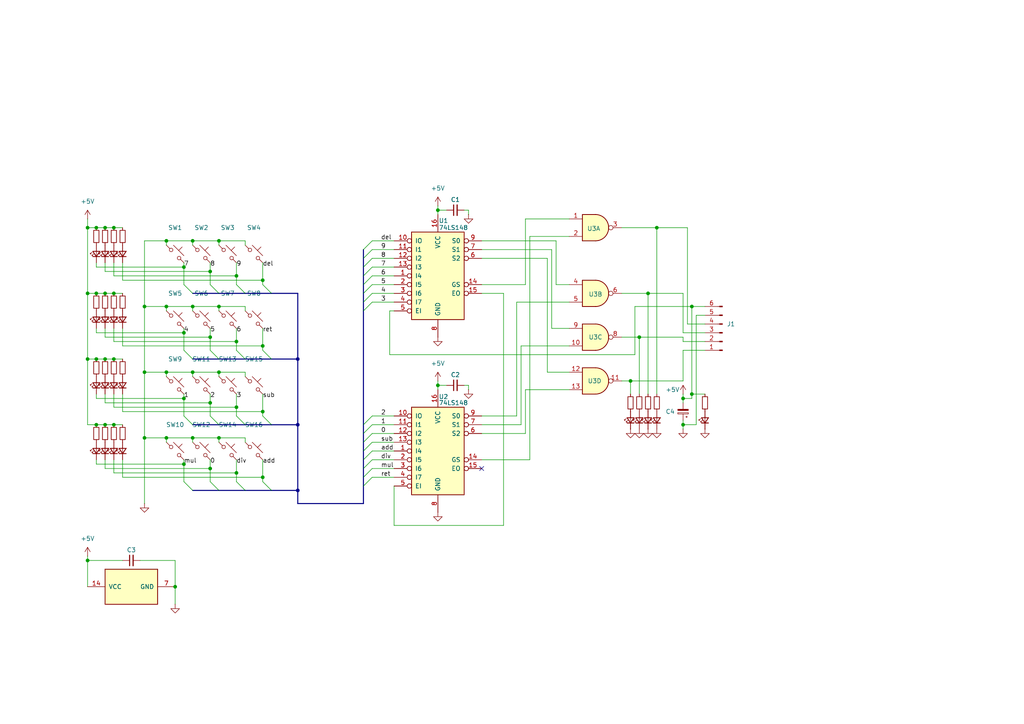
<source format=kicad_sch>
(kicad_sch (version 20231120) (generator "eeschema") (generator_version "8.0")
  (paper "A4")
  (lib_symbols
    (symbol "74xx:74HC00" (pin_names (offset 1.016))
      (property "Reference" "U" (at 0 1.27 0))
      (property "Value" "74HC00" (at 0 -1.27 0))
      (symbol "74HC00_1_1"
        (pin input line (at -7.62 2.54 0) (length 3.81) (name "~") (number "1"))
        (pin input line (at -7.62 -2.54 0) (length 3.81) (name "~") (number "2"))
        (pin output inverted (at 7.62 0 180) (length 3.81) (name "~") (number "3"))
      )
      (symbol "74HC00_1_2"
        (pin input inverted (at -7.62 2.54 0) (length 4.318) (name "~") (number "1"))
        (pin input inverted (at -7.62 -2.54 0) (length 4.318) (name "~") (number "2"))
        (pin output line (at 7.62 0 180) (length 3.81) (name "~") (number "3"))
      )
      (symbol "74HC00_2_1"
        (pin input line (at -7.62 2.54 0) (length 3.81) (name "~") (number "4"))
        (pin input line (at -7.62 -2.54 0) (length 3.81) (name "~") (number "5"))
        (pin output inverted (at 7.62 0 180) (length 3.81) (name "~") (number "6"))
      )
      (symbol "74HC00_2_2"
        (pin input inverted (at -7.62 2.54 0) (length 4.318) (name "~") (number "4"))
        (pin input inverted (at -7.62 -2.54 0) (length 4.318) (name "~") (number "5"))
        (pin output line (at 7.62 0 180) (length 3.81) (name "~") (number "6"))
      )
      (symbol "74HC00_3_1"
        (pin input line (at -7.62 -2.54 0) (length 3.81) (name "~") (number "10"))
        (pin output inverted (at 7.62 0 180) (length 3.81) (name "~") (number "8"))
        (pin input line (at -7.62 2.54 0) (length 3.81) (name "~") (number "9"))
      )
      (symbol "74HC00_3_2"
        (pin input inverted (at -7.62 -2.54 0) (length 4.318) (name "~") (number "10"))
        (pin output line (at 7.62 0 180) (length 3.81) (name "~") (number "8"))
        (pin input inverted (at -7.62 2.54 0) (length 4.318) (name "~") (number "9"))
      )
      (symbol "74HC00_4_1"
        (pin output inverted (at 7.62 0 180) (length 3.81) (name "~") (number "11"))
        (pin input line (at -7.62 2.54 0) (length 3.81) (name "~") (number "12"))
        (pin input line (at -7.62 -2.54 0) (length 3.81) (name "~") (number "13"))
      )
      (symbol "74HC00_4_2"
        (pin output line (at 7.62 0 180) (length 3.81) (name "~") (number "11"))
        (pin input inverted (at -7.62 2.54 0) (length 4.318) (name "~") (number "12"))
        (pin input inverted (at -7.62 -2.54 0) (length 4.318) (name "~") (number "13"))
      )
      (symbol "74HC00_5_0"
        (pin power_in line (at 0 12.7 270) (length 5.08) (name "VCC") (number "14"))
        (pin power_in line (at 0 -12.7 90) (length 5.08) (name "GND") (number "7"))
      )
    )
    (symbol "74xx:74LS148" (pin_names (offset 1.016))
      (property "Reference" "U" (at -7.62 13.97 0))
      (property "Value" "74LS148" (at -7.62 -13.97 0))
      (symbol "74LS148_1_0"
        (pin input inverted (at -12.7 0 0) (length 5.08) (name "I4") (number "1"))
        (pin input inverted (at -12.7 10.16 0) (length 5.08) (name "IO") (number "10"))
        (pin input inverted (at -12.7 7.62 0) (length 5.08) (name "I1") (number "11"))
        (pin input inverted (at -12.7 5.08 0) (length 5.08) (name "I2") (number "12"))
        (pin input inverted (at -12.7 2.54 0) (length 5.08) (name "I3") (number "13"))
        (pin output inverted (at 12.7 -2.54 180) (length 5.08) (name "GS") (number "14"))
        (pin output inverted (at 12.7 -5.08 180) (length 5.08) (name "EO") (number "15"))
        (pin power_in line (at 0 17.78 270) (length 5.08) (name "VCC") (number "16"))
        (pin input inverted (at -12.7 -2.54 0) (length 5.08) (name "I5") (number "2"))
        (pin input inverted (at -12.7 -5.08 0) (length 5.08) (name "I6") (number "3"))
        (pin input inverted (at -12.7 -7.62 0) (length 5.08) (name "I7") (number "4"))
        (pin input inverted (at -12.7 -10.16 0) (length 5.08) (name "EI") (number "5"))
        (pin output inverted (at 12.7 5.08 180) (length 5.08) (name "S2") (number "6"))
        (pin output inverted (at 12.7 7.62 180) (length 5.08) (name "S1") (number "7"))
        (pin power_in line (at 0 -17.78 90) (length 5.08) (name "GND") (number "8"))
        (pin output inverted (at 12.7 10.16 180) (length 5.08) (name "S0") (number "9"))
      )
    )
    (symbol "Connector:Conn_01x06_Pin" (pin_names (offset 1.016) hide)
      (property "Reference" "J" (at 0 7.62 0))
      (property "Value" "Conn_01x06_Pin" (at 0 -10.16 0))
      (symbol "Conn_01x06_Pin_1_1"
        (pin passive line (at 5.08 5.08 180) (length 3.81) (name "Pin_1") (number "1"))
        (pin passive line (at 5.08 2.54 180) (length 3.81) (name "Pin_2") (number "2"))
        (pin passive line (at 5.08 0 180) (length 3.81) (name "Pin_3") (number "3"))
        (pin passive line (at 5.08 -2.54 180) (length 3.81) (name "Pin_4") (number "4"))
        (pin passive line (at 5.08 -5.08 180) (length 3.81) (name "Pin_5") (number "5"))
        (pin passive line (at 5.08 -7.62 180) (length 3.81) (name "Pin_6") (number "6"))
      )
    )
    (symbol "Device:C_Polarized_Small" (pin_numbers hide) (pin_names (offset 0.254) hide)
      (property "Reference" "C" (at 0.254 1.778 0))
      (property "Value" "C_Polarized_Small" (at 0.254 -2.032 0))
      (symbol "C_Polarized_Small_1_1"
        (pin passive line (at 0 2.54 270) (length 1.8542) (name "~") (number "1"))
        (pin passive line (at 0 -2.54 90) (length 1.8542) (name "~") (number "2"))
      )
    )
    (symbol "Device:C_Small" (pin_numbers hide) (pin_names (offset 0.254) hide)
      (property "Reference" "C" (at 0.254 1.778 0))
      (property "Value" "C_Small" (at 0.254 -2.032 0))
      (symbol "C_Small_1_1"
        (pin passive line (at 0 2.54 270) (length 2.032) (name "~") (number "1"))
        (pin passive line (at 0 -2.54 90) (length 2.032) (name "~") (number "2"))
      )
    )
    (symbol "Device:LED_Small" (pin_numbers hide) (pin_names (offset 0.254) hide)
      (property "Reference" "D" (at -1.27 3.175 0))
      (property "Value" "LED_Small" (at -4.445 -2.54 0))
      (symbol "LED_Small_1_1"
        (pin passive line (at -2.54 0 0) (length 1.778) (name "K") (number "1"))
        (pin passive line (at 2.54 0 180) (length 1.778) (name "A") (number "2"))
      )
    )
    (symbol "Device:R_Small" (pin_numbers hide) (pin_names (offset 0.254) hide)
      (property "Reference" "R" (at 0.762 0.508 0))
      (property "Value" "R_Small" (at 0.762 -1.016 0))
      (symbol "R_Small_1_1"
        (pin passive line (at 0 2.54 270) (length 0.762) (name "~") (number "1"))
        (pin passive line (at 0 -2.54 90) (length 0.762) (name "~") (number "2"))
      )
    )
    (symbol "Switch:SW_Push_45deg" (pin_numbers hide) (pin_names (offset 1.016) hide)
      (property "Reference" "SW" (at 3.048 1.016 0))
      (property "Value" "SW_Push_45deg" (at 0 -3.81 0))
      (symbol "SW_Push_45deg_0_1"
        (pin passive line (at -2.54 2.54 0) (length 0) (name "1") (number "1"))
        (pin passive line (at 2.54 -2.54 180) (length 0) (name "2") (number "2"))
      )
    )
    (symbol "power:+5V" (power) (pin_numbers hide) (pin_names (offset 0) hide)
      (property "Value" "+5V" (at 0 3.556 0))
      (symbol "+5V_1_1"
        (pin power_in line (at 0 0 90) (length 0) (name "~") (number "1"))
      )
    )
    (symbol "power:GND" (power) (pin_numbers hide) (pin_names (offset 0) hide)
      (property "Value" "GND" (at 0 -3.81 0))
      (symbol "GND_1_1"
        (pin power_in line (at 0 0 270) (length 0) (name "~") (number "1"))
      )
    )
  )
  (junction (at 27.94 66.04))
  (junction (at 33.02 85.09))
  (junction (at 60.96 78.74))
  (junction (at 68.58 99.06))
  (junction (at 60.96 97.79))
  (junction (at 50.8 170.18))
  (junction (at 127 111.76))
  (junction (at 30.48 104.14))
  (junction (at 25.4 162.56))
  (junction (at 198.12 115.57))
  (junction (at 30.48 123.19))
  (junction (at 27.94 85.09))
  (junction (at 200.66 88.9))
  (junction (at 27.94 123.19))
  (junction (at 198.12 123.19))
  (junction (at 86.36 123.19))
  (junction (at 48.26 127))
  (junction (at 182.88 110.49))
  (junction (at 55.88 69.85))
  (junction (at 33.02 123.19))
  (junction (at 68.58 80.01))
  (junction (at 63.5 88.9))
  (junction (at 55.88 88.9))
  (junction (at 68.58 118.11))
  (junction (at 53.34 96.52))
  (junction (at 190.5 66.04))
  (junction (at 53.34 134.62))
  (junction (at 53.34 77.47))
  (junction (at 185.42 97.79))
  (junction (at 60.96 135.89))
  (junction (at 63.5 69.85))
  (junction (at 76.2 119.38))
  (junction (at 86.36 142.24))
  (junction (at 30.48 66.04))
  (junction (at 27.94 104.14))
  (junction (at 41.91 127))
  (junction (at 86.36 104.14))
  (junction (at 76.2 138.43))
  (junction (at 30.48 85.09))
  (junction (at 41.91 88.9))
  (junction (at 68.58 137.16))
  (junction (at 25.4 66.04))
  (junction (at 25.4 85.09))
  (junction (at 76.2 81.28))
  (junction (at 63.5 107.95))
  (junction (at 55.88 107.95))
  (junction (at 127 60.96))
  (junction (at 53.34 115.57))
  (junction (at 48.26 107.95))
  (junction (at 33.02 104.14))
  (junction (at 48.26 88.9))
  (junction (at 48.26 69.85))
  (junction (at 41.91 107.95))
  (junction (at 33.02 66.04))
  (junction (at 76.2 100.33))
  (junction (at 63.5 127))
  (junction (at 200.66 114.3))
  (junction (at 60.96 116.84))
  (junction (at 55.88 127))
  (junction (at 25.4 104.14))
  (junction (at 187.96 85.09))
  (no_connect (at 139.7 135.89))
  (bus_entry (at 105.41 138.43) (size 2.54 -2.54))
  (bus_entry (at 105.41 72.39) (size 2.54 -2.54))
  (bus_entry (at 105.41 74.93) (size 2.54 -2.54))
  (bus_entry (at 76.2 101.6) (size 2.54 2.54))
  (bus_entry (at 76.2 139.7) (size 2.54 2.54))
  (bus_entry (at 68.58 82.55) (size 2.54 2.54))
  (bus_entry (at 105.41 80.01) (size 2.54 -2.54))
  (bus_entry (at 53.34 139.7) (size 2.54 2.54))
  (bus_entry (at 105.41 85.09) (size 2.54 -2.54))
  (bus_entry (at 68.58 101.6) (size 2.54 2.54))
  (bus_entry (at 60.96 120.65) (size 2.54 2.54))
  (bus_entry (at 53.34 120.65) (size 2.54 2.54))
  (bus_entry (at 53.34 82.55) (size 2.54 2.54))
  (bus_entry (at 105.41 82.55) (size 2.54 -2.54))
  (bus_entry (at 60.96 139.7) (size 2.54 2.54))
  (bus_entry (at 105.41 128.27) (size 2.54 -2.54))
  (bus_entry (at 68.58 139.7) (size 2.54 2.54))
  (bus_entry (at 105.41 130.81) (size 2.54 -2.54))
  (bus_entry (at 105.41 133.35) (size 2.54 -2.54))
  (bus_entry (at 105.41 135.89) (size 2.54 -2.54))
  (bus_entry (at 105.41 87.63) (size 2.54 -2.54))
  (bus_entry (at 105.41 77.47) (size 2.54 -2.54))
  (bus_entry (at 105.41 90.17) (size 2.54 -2.54))
  (bus_entry (at 105.41 125.73) (size 2.54 -2.54))
  (bus_entry (at 60.96 101.6) (size 2.54 2.54))
  (bus_entry (at 68.58 120.65) (size 2.54 2.54))
  (bus_entry (at 76.2 120.65) (size 2.54 2.54))
  (bus_entry (at 105.41 123.19) (size 2.54 -2.54))
  (bus_entry (at 105.41 140.97) (size 2.54 -2.54))
  (bus_entry (at 53.34 101.6) (size 2.54 2.54))
  (bus_entry (at 76.2 82.55) (size 2.54 2.54))
  (bus_entry (at 60.96 82.55) (size 2.54 2.54))
  (bus (pts (xy 105.41 128.27) (xy 105.41 130.81)))
  (wire (pts (xy 48.26 127) (xy 48.26 128.27)))
  (wire (pts (xy 41.91 107.95) (xy 41.91 127)))
  (wire (pts (xy 152.4 82.55) (xy 152.4 63.5)))
  (wire (pts (xy 53.34 77.47) (xy 53.34 82.55)))
  (wire (pts (xy 198.12 99.06) (xy 198.12 97.79)))
  (wire (pts (xy 129.54 60.96) (xy 127 60.96)))
  (bus (pts (xy 55.88 123.19) (xy 63.5 123.19)))
  (wire (pts (xy 107.95 130.81) (xy 114.3 130.81)))
  (wire (pts (xy 160.02 72.39) (xy 160.02 95.25)))
  (wire (pts (xy 35.56 114.3) (xy 35.56 119.38)))
  (wire (pts (xy 152.4 63.5) (xy 165.1 63.5)))
  (wire (pts (xy 27.94 123.19) (xy 25.4 123.19)))
  (wire (pts (xy 25.4 66.04) (xy 27.94 66.04)))
  (bus (pts (xy 71.12 123.19) (xy 78.74 123.19)))
  (bus (pts (xy 105.41 85.09) (xy 105.41 87.63)))
  (wire (pts (xy 33.02 85.09) (xy 30.48 85.09)))
  (wire (pts (xy 41.91 69.85) (xy 41.91 88.9)))
  (wire (pts (xy 107.95 85.09) (xy 114.3 85.09)))
  (wire (pts (xy 107.95 133.35) (xy 114.3 133.35)))
  (wire (pts (xy 204.47 101.6) (xy 198.12 101.6)))
  (wire (pts (xy 68.58 76.2) (xy 68.58 80.01)))
  (wire (pts (xy 55.88 69.85) (xy 48.26 69.85)))
  (wire (pts (xy 68.58 118.11) (xy 68.58 120.65)))
  (wire (pts (xy 71.12 128.27) (xy 71.12 127)))
  (wire (pts (xy 35.56 104.14) (xy 33.02 104.14)))
  (bus (pts (xy 105.41 72.39) (xy 105.41 74.93)))
  (wire (pts (xy 63.5 69.85) (xy 55.88 69.85)))
  (wire (pts (xy 198.12 121.92) (xy 198.12 123.19)))
  (wire (pts (xy 76.2 133.35) (xy 76.2 138.43)))
  (wire (pts (xy 41.91 107.95) (xy 48.26 107.95)))
  (wire (pts (xy 33.02 99.06) (xy 68.58 99.06)))
  (wire (pts (xy 41.91 69.85) (xy 48.26 69.85)))
  (wire (pts (xy 25.4 123.19) (xy 25.4 104.14)))
  (wire (pts (xy 33.02 118.11) (xy 68.58 118.11)))
  (wire (pts (xy 152.4 113.03) (xy 165.1 113.03)))
  (wire (pts (xy 35.56 100.33) (xy 76.2 100.33)))
  (wire (pts (xy 113.03 102.87) (xy 184.15 102.87)))
  (wire (pts (xy 139.7 120.65) (xy 149.86 120.65)))
  (wire (pts (xy 127 110.49) (xy 127 111.76)))
  (wire (pts (xy 135.89 113.03) (xy 135.89 111.76)))
  (wire (pts (xy 204.47 96.52) (xy 198.12 96.52)))
  (wire (pts (xy 35.56 119.38) (xy 76.2 119.38)))
  (wire (pts (xy 68.58 114.3) (xy 68.58 118.11)))
  (wire (pts (xy 30.48 135.89) (xy 60.96 135.89)))
  (wire (pts (xy 27.94 96.52) (xy 53.34 96.52)))
  (wire (pts (xy 198.12 101.6) (xy 198.12 110.49)))
  (wire (pts (xy 200.66 88.9) (xy 204.47 88.9)))
  (wire (pts (xy 50.8 170.18) (xy 50.8 175.26)))
  (wire (pts (xy 30.48 114.3) (xy 30.48 116.84)))
  (wire (pts (xy 55.88 88.9) (xy 63.5 88.9)))
  (wire (pts (xy 53.34 96.52) (xy 53.34 95.25)))
  (wire (pts (xy 146.05 85.09) (xy 146.05 152.4)))
  (wire (pts (xy 71.12 71.12) (xy 71.12 69.85)))
  (wire (pts (xy 139.7 85.09) (xy 146.05 85.09)))
  (wire (pts (xy 33.02 137.16) (xy 68.58 137.16)))
  (wire (pts (xy 68.58 99.06) (xy 68.58 101.6)))
  (bus (pts (xy 86.36 85.09) (xy 86.36 104.14)))
  (wire (pts (xy 25.4 85.09) (xy 25.4 66.04)))
  (wire (pts (xy 60.96 97.79) (xy 60.96 101.6)))
  (wire (pts (xy 35.56 95.25) (xy 35.56 100.33)))
  (wire (pts (xy 153.67 68.58) (xy 165.1 68.58)))
  (wire (pts (xy 55.88 127) (xy 55.88 128.27)))
  (wire (pts (xy 30.48 104.14) (xy 27.94 104.14)))
  (wire (pts (xy 27.94 85.09) (xy 25.4 85.09)))
  (wire (pts (xy 60.96 135.89) (xy 60.96 139.7)))
  (wire (pts (xy 33.02 123.19) (xy 30.48 123.19)))
  (bus (pts (xy 86.36 123.19) (xy 86.36 142.24)))
  (bus (pts (xy 63.5 142.24) (xy 71.12 142.24)))
  (wire (pts (xy 33.02 76.2) (xy 33.02 80.01)))
  (bus (pts (xy 105.41 125.73) (xy 105.41 128.27)))
  (wire (pts (xy 27.94 115.57) (xy 53.34 115.57)))
  (wire (pts (xy 53.34 96.52) (xy 53.34 101.6)))
  (wire (pts (xy 68.58 95.25) (xy 68.58 99.06)))
  (wire (pts (xy 68.58 133.35) (xy 68.58 137.16)))
  (wire (pts (xy 139.7 82.55) (xy 152.4 82.55)))
  (wire (pts (xy 25.4 162.56) (xy 25.4 170.18)))
  (bus (pts (xy 78.74 85.09) (xy 86.36 85.09)))
  (wire (pts (xy 30.48 66.04) (xy 33.02 66.04)))
  (wire (pts (xy 53.34 133.35) (xy 53.34 134.62)))
  (wire (pts (xy 71.12 107.95) (xy 63.5 107.95)))
  (wire (pts (xy 27.94 134.62) (xy 53.34 134.62)))
  (wire (pts (xy 53.34 115.57) (xy 53.34 120.65)))
  (wire (pts (xy 113.03 102.87) (xy 113.03 90.17)))
  (wire (pts (xy 198.12 110.49) (xy 182.88 110.49)))
  (wire (pts (xy 50.8 162.56) (xy 40.64 162.56)))
  (wire (pts (xy 27.94 133.35) (xy 27.94 134.62)))
  (wire (pts (xy 139.7 72.39) (xy 160.02 72.39)))
  (wire (pts (xy 35.56 138.43) (xy 76.2 138.43)))
  (wire (pts (xy 53.34 134.62) (xy 53.34 139.7)))
  (wire (pts (xy 158.75 107.95) (xy 165.1 107.95)))
  (wire (pts (xy 41.91 88.9) (xy 48.26 88.9)))
  (wire (pts (xy 60.96 76.2) (xy 60.96 78.74)))
  (wire (pts (xy 139.7 133.35) (xy 153.67 133.35)))
  (wire (pts (xy 30.48 76.2) (xy 30.48 78.74)))
  (wire (pts (xy 200.66 115.57) (xy 198.12 115.57)))
  (bus (pts (xy 78.74 142.24) (xy 86.36 142.24)))
  (bus (pts (xy 86.36 146.05) (xy 86.36 142.24)))
  (wire (pts (xy 182.88 114.3) (xy 182.88 110.49)))
  (wire (pts (xy 76.2 100.33) (xy 76.2 101.6)))
  (bus (pts (xy 105.41 130.81) (xy 105.41 133.35)))
  (wire (pts (xy 198.12 114.3) (xy 198.12 115.57)))
  (wire (pts (xy 63.5 88.9) (xy 63.5 90.17)))
  (wire (pts (xy 76.2 139.7) (xy 76.2 138.43)))
  (wire (pts (xy 198.12 96.52) (xy 198.12 85.09)))
  (wire (pts (xy 180.34 97.79) (xy 185.42 97.79)))
  (wire (pts (xy 41.91 127) (xy 48.26 127)))
  (wire (pts (xy 200.66 88.9) (xy 200.66 114.3)))
  (bus (pts (xy 63.5 123.19) (xy 71.12 123.19)))
  (wire (pts (xy 71.12 69.85) (xy 63.5 69.85)))
  (wire (pts (xy 153.67 133.35) (xy 153.67 68.58)))
  (wire (pts (xy 30.48 78.74) (xy 60.96 78.74)))
  (wire (pts (xy 149.86 87.63) (xy 149.86 120.65)))
  (wire (pts (xy 107.95 123.19) (xy 114.3 123.19)))
  (wire (pts (xy 63.5 127) (xy 63.5 128.27)))
  (wire (pts (xy 35.56 81.28) (xy 76.2 81.28)))
  (bus (pts (xy 105.41 77.47) (xy 105.41 80.01)))
  (bus (pts (xy 55.88 104.14) (xy 63.5 104.14)))
  (wire (pts (xy 76.2 82.55) (xy 76.2 81.28)))
  (wire (pts (xy 185.42 97.79) (xy 185.42 114.3)))
  (wire (pts (xy 107.95 74.93) (xy 114.3 74.93)))
  (bus (pts (xy 105.41 138.43) (xy 105.41 140.97)))
  (bus (pts (xy 105.41 146.05) (xy 86.36 146.05)))
  (wire (pts (xy 63.5 107.95) (xy 55.88 107.95)))
  (wire (pts (xy 33.02 114.3) (xy 33.02 118.11)))
  (wire (pts (xy 198.12 97.79) (xy 185.42 97.79)))
  (wire (pts (xy 30.48 133.35) (xy 30.48 135.89)))
  (wire (pts (xy 33.02 66.04) (xy 35.56 66.04)))
  (wire (pts (xy 135.89 60.96) (xy 134.62 60.96)))
  (wire (pts (xy 76.2 120.65) (xy 76.2 119.38)))
  (wire (pts (xy 76.2 95.25) (xy 76.2 100.33)))
  (wire (pts (xy 35.56 76.2) (xy 35.56 81.28)))
  (wire (pts (xy 146.05 152.4) (xy 114.3 152.4)))
  (wire (pts (xy 198.12 115.57) (xy 198.12 116.84)))
  (wire (pts (xy 151.13 100.33) (xy 165.1 100.33)))
  (wire (pts (xy 127 60.96) (xy 127 62.23)))
  (wire (pts (xy 113.03 90.17) (xy 114.3 90.17)))
  (wire (pts (xy 139.7 125.73) (xy 152.4 125.73)))
  (wire (pts (xy 151.13 100.33) (xy 151.13 123.19)))
  (wire (pts (xy 139.7 69.85) (xy 161.29 69.85)))
  (wire (pts (xy 190.5 66.04) (xy 190.5 114.3)))
  (wire (pts (xy 152.4 125.73) (xy 152.4 113.03)))
  (wire (pts (xy 180.34 110.49) (xy 182.88 110.49)))
  (wire (pts (xy 30.48 116.84) (xy 60.96 116.84)))
  (wire (pts (xy 27.94 114.3) (xy 27.94 115.57)))
  (wire (pts (xy 76.2 114.3) (xy 76.2 119.38)))
  (wire (pts (xy 60.96 95.25) (xy 60.96 97.79)))
  (wire (pts (xy 41.91 127) (xy 41.91 146.05)))
  (bus (pts (xy 71.12 85.09) (xy 78.74 85.09)))
  (wire (pts (xy 30.48 85.09) (xy 27.94 85.09)))
  (wire (pts (xy 199.39 93.98) (xy 199.39 66.04)))
  (bus (pts (xy 105.41 133.35) (xy 105.41 135.89)))
  (bus (pts (xy 105.41 135.89) (xy 105.41 138.43)))
  (wire (pts (xy 33.02 80.01) (xy 68.58 80.01)))
  (wire (pts (xy 55.88 88.9) (xy 55.88 90.17)))
  (wire (pts (xy 53.34 77.47) (xy 53.34 76.2)))
  (wire (pts (xy 107.95 69.85) (xy 114.3 69.85)))
  (wire (pts (xy 25.4 63.5) (xy 25.4 66.04)))
  (bus (pts (xy 55.88 85.09) (xy 63.5 85.09)))
  (wire (pts (xy 149.86 87.63) (xy 165.1 87.63)))
  (wire (pts (xy 63.5 127) (xy 71.12 127)))
  (wire (pts (xy 55.88 69.85) (xy 55.88 71.12)))
  (wire (pts (xy 135.89 111.76) (xy 134.62 111.76)))
  (wire (pts (xy 27.94 104.14) (xy 25.4 104.14)))
  (wire (pts (xy 198.12 123.19) (xy 198.12 124.46)))
  (bus (pts (xy 63.5 85.09) (xy 71.12 85.09)))
  (wire (pts (xy 107.95 77.47) (xy 114.3 77.47)))
  (wire (pts (xy 35.56 162.56) (xy 25.4 162.56)))
  (bus (pts (xy 71.12 142.24) (xy 78.74 142.24)))
  (bus (pts (xy 105.41 82.55) (xy 105.41 85.09)))
  (wire (pts (xy 71.12 109.22) (xy 71.12 107.95)))
  (wire (pts (xy 204.47 91.44) (xy 201.93 91.44)))
  (wire (pts (xy 107.95 128.27) (xy 114.3 128.27)))
  (wire (pts (xy 187.96 85.09) (xy 187.96 114.3)))
  (wire (pts (xy 55.88 107.95) (xy 48.26 107.95)))
  (bus (pts (xy 78.74 123.19) (xy 86.36 123.19)))
  (bus (pts (xy 105.41 74.93) (xy 105.41 77.47)))
  (wire (pts (xy 68.58 80.01) (xy 68.58 82.55)))
  (wire (pts (xy 35.56 123.19) (xy 33.02 123.19)))
  (wire (pts (xy 63.5 88.9) (xy 71.12 88.9)))
  (wire (pts (xy 55.88 107.95) (xy 55.88 109.22)))
  (wire (pts (xy 50.8 162.56) (xy 50.8 170.18)))
  (wire (pts (xy 27.94 95.25) (xy 27.94 96.52)))
  (wire (pts (xy 198.12 85.09) (xy 187.96 85.09)))
  (wire (pts (xy 107.95 138.43) (xy 114.3 138.43)))
  (wire (pts (xy 30.48 97.79) (xy 60.96 97.79)))
  (wire (pts (xy 27.94 77.47) (xy 53.34 77.47)))
  (wire (pts (xy 114.3 152.4) (xy 114.3 140.97)))
  (wire (pts (xy 161.29 82.55) (xy 165.1 82.55)))
  (wire (pts (xy 127 111.76) (xy 127 113.03)))
  (bus (pts (xy 55.88 142.24) (xy 63.5 142.24)))
  (wire (pts (xy 76.2 76.2) (xy 76.2 81.28)))
  (wire (pts (xy 68.58 137.16) (xy 68.58 139.7)))
  (wire (pts (xy 204.47 93.98) (xy 199.39 93.98)))
  (wire (pts (xy 48.26 88.9) (xy 48.26 90.17)))
  (bus (pts (xy 78.74 104.14) (xy 86.36 104.14)))
  (wire (pts (xy 107.95 120.65) (xy 114.3 120.65)))
  (wire (pts (xy 107.95 125.73) (xy 114.3 125.73)))
  (wire (pts (xy 107.95 72.39) (xy 114.3 72.39)))
  (bus (pts (xy 63.5 104.14) (xy 71.12 104.14)))
  (wire (pts (xy 158.75 107.95) (xy 158.75 74.93)))
  (wire (pts (xy 180.34 85.09) (xy 187.96 85.09)))
  (wire (pts (xy 107.95 80.01) (xy 114.3 80.01)))
  (wire (pts (xy 55.88 127) (xy 63.5 127)))
  (wire (pts (xy 107.95 87.63) (xy 114.3 87.63)))
  (wire (pts (xy 201.93 123.19) (xy 198.12 123.19)))
  (wire (pts (xy 200.66 114.3) (xy 200.66 115.57)))
  (bus (pts (xy 86.36 104.14) (xy 86.36 123.19)))
  (wire (pts (xy 135.89 62.23) (xy 135.89 60.96)))
  (wire (pts (xy 71.12 90.17) (xy 71.12 88.9)))
  (wire (pts (xy 201.93 91.44) (xy 201.93 123.19)))
  (wire (pts (xy 48.26 69.85) (xy 48.26 71.12)))
  (wire (pts (xy 53.34 115.57) (xy 53.34 114.3)))
  (wire (pts (xy 184.15 88.9) (xy 200.66 88.9)))
  (wire (pts (xy 63.5 69.85) (xy 63.5 71.12)))
  (wire (pts (xy 35.56 133.35) (xy 35.56 138.43)))
  (wire (pts (xy 63.5 107.95) (xy 63.5 109.22)))
  (wire (pts (xy 204.47 99.06) (xy 198.12 99.06)))
  (wire (pts (xy 129.54 111.76) (xy 127 111.76)))
  (bus (pts (xy 71.12 104.14) (xy 78.74 104.14)))
  (wire (pts (xy 60.96 78.74) (xy 60.96 82.55)))
  (wire (pts (xy 27.94 66.04) (xy 30.48 66.04)))
  (wire (pts (xy 33.02 133.35) (xy 33.02 137.16)))
  (wire (pts (xy 127 59.69) (xy 127 60.96)))
  (wire (pts (xy 48.26 127) (xy 55.88 127)))
  (wire (pts (xy 48.26 107.95) (xy 48.26 109.22)))
  (bus (pts (xy 105.41 80.01) (xy 105.41 82.55)))
  (wire (pts (xy 60.96 114.3) (xy 60.96 116.84)))
  (wire (pts (xy 180.34 66.04) (xy 190.5 66.04)))
  (wire (pts (xy 35.56 85.09) (xy 33.02 85.09)))
  (bus (pts (xy 105.41 123.19) (xy 105.41 125.73)))
  (wire (pts (xy 161.29 82.55) (xy 161.29 69.85)))
  (wire (pts (xy 41.91 88.9) (xy 41.91 107.95)))
  (wire (pts (xy 199.39 66.04) (xy 190.5 66.04)))
  (wire (pts (xy 25.4 104.14) (xy 25.4 85.09)))
  (wire (pts (xy 30.48 123.19) (xy 27.94 123.19)))
  (bus (pts (xy 105.41 140.97) (xy 105.41 146.05)))
  (bus (pts (xy 105.41 87.63) (xy 105.41 90.17)))
  (wire (pts (xy 160.02 95.25) (xy 165.1 95.25)))
  (wire (pts (xy 33.02 104.14) (xy 30.48 104.14)))
  (wire (pts (xy 107.95 82.55) (xy 114.3 82.55)))
  (wire (pts (xy 60.96 116.84) (xy 60.96 120.65)))
  (wire (pts (xy 25.4 161.29) (xy 25.4 162.56)))
  (wire (pts (xy 33.02 95.25) (xy 33.02 99.06)))
  (wire (pts (xy 139.7 74.93) (xy 158.75 74.93)))
  (wire (pts (xy 184.15 88.9) (xy 184.15 102.87)))
  (wire (pts (xy 139.7 123.19) (xy 151.13 123.19)))
  (wire (pts (xy 30.48 95.25) (xy 30.48 97.79)))
  (wire (pts (xy 48.26 88.9) (xy 55.88 88.9)))
  (wire (pts (xy 200.66 114.3) (xy 204.47 114.3)))
  (wire (pts (xy 27.94 76.2) (xy 27.94 77.47)))
  (wire (pts (xy 107.95 135.89) (xy 114.3 135.89)))
  (wire (pts (xy 60.96 133.35) (xy 60.96 135.89)))
  (bus (pts (xy 105.41 90.17) (xy 105.41 123.19)))
  (label "5" (at 60.96 96.52 0))
  (label "4" (at 110.49 85.09 0))
  (label "ret" (at 110.49 138.43 0))
  (label "2" (at 60.96 115.57 0))
  (label "0" (at 110.49 125.73 0))
  (label "5" (at 110.49 82.55 0))
  (label "3" (at 110.49 87.63 0))
  (label "7" (at 53.34 77.47 0))
  (label "1" (at 110.49 123.19 0))
  (label "add" (at 110.49 130.81 0))
  (label "6" (at 68.58 96.52 0))
  (label "8" (at 60.96 77.47 0))
  (label "6" (at 110.49 80.01 0))
  (label "del" (at 76.2 77.47 0))
  (label "del" (at 110.49 69.85 0))
  (label "9" (at 110.49 72.39 0))
  (label "3" (at 68.58 115.57 0))
  (label "4" (at 53.34 96.52 0))
  (label "7" (at 110.49 77.47 0))
  (label "8" (at 110.49 74.93 0))
  (label "sub" (at 76.2 115.57 0))
  (label "div" (at 68.58 134.62 0))
  (label "2" (at 110.49 120.65 0))
  (label "9" (at 68.58 77.47 0))
  (label "div" (at 110.49 133.35 0))
  (label "0" (at 60.96 134.62 0))
  (label "mul" (at 110.49 135.89 0))
  (label "1" (at 53.34 115.57 0))
  (label "add" (at 76.2 134.62 0))
  (label "ret" (at 76.2 96.52 0))
  (label "mul" (at 53.34 134.62 0))
  (label "sub" (at 110.49 128.27 0))
  (symbol (lib_id "power:GND") (at 127 97.79 0) (unit 1)
    (property "Reference" "#PWR018" (effects (hide yes)))
    (property "Value" "GND" (effects (hide yes)))
    (property "Description" "Power symbol creates a global label with name \"GND\" , ground" (effects (hide yes)))
  )
  (symbol (lib_id "74xx:74HC00") (at 38.1 170.18 90) (unit 5)
    (property "Reference" "U3" (effects (hide yes)))
    (property "Value" "74HC00" (effects (hide yes)))
    (property "Footprint" "Package_DIP:DIP-14_W7.62mm_SMDSocket_SmallPads" (effects (hide yes)))
    (property "Datasheet" "http://www.ti.com/lit/gpn/sn74hc00" (effects (hide yes)))
    (property "Description" "quad 2-input NAND gate" (effects (hide yes)))
  )
  (symbol (lib_id "Switch:SW_Push_45deg") (at 50.8 92.71 0) (unit 1)
    (property "Reference" "SW5" (at 50.8 85.09 0))
    (property "Value" "SW_Push_45deg" (effects (hide yes)))
    (property "Footprint" "keyboards:chocswbrown" (effects (hide yes)))
    (property "Description" "Push button switch, normally open, two pins, 45° tilted" (effects (hide yes)))
  )
  (symbol (lib_id "Switch:SW_Push_45deg") (at 73.66 111.76 0) (unit 1)
    (property "Reference" "SW15" (at 73.66 104.14 0))
    (property "Value" "SW_Push_45deg" (effects (hide yes)))
    (property "Footprint" "keyboards:chocswbrown" (effects (hide yes)))
    (property "Description" "Push button switch, normally open, two pins, 45° tilted" (effects (hide yes)))
  )
  (symbol (lib_id "Switch:SW_Push_45deg") (at 73.66 130.81 0) (unit 1)
    (property "Reference" "SW16" (at 73.66 123.19 0))
    (property "Value" "SW_Push_45deg" (effects (hide yes)))
    (property "Footprint" "keyboards:chocswbrown" (effects (hide yes)))
    (property "Description" "Push button switch, normally open, two pins, 45° tilted" (effects (hide yes)))
  )
  (symbol (lib_id "power:GND") (at 187.96 124.46 0) (unit 1)
    (property "Reference" "#PWR03" (effects (hide yes)))
    (property "Value" "GND" (effects (hide yes)))
    (property "Description" "Power symbol creates a global label with name \"GND\" , ground" (effects (hide yes)))
  )
  (symbol (lib_id "Device:R_Small") (at 182.88 116.84 180) (unit 1)
    (property "Reference" "R17" (effects (hide yes)))
    (property "Value" "R_Small" (effects (hide yes)))
    (property "Footprint" "Resistor_SMD:R_0603_1608Metric" (effects (hide yes)))
    (property "Description" "Resistor, small symbol" (effects (hide yes)))
  )
  (symbol (lib_id "Device:R_Small") (at 27.94 68.58 180) (unit 1)
    (property "Reference" "R15" (effects (hide yes)))
    (property "Value" "R_Small" (effects (hide yes)))
    (property "Footprint" "Resistor_SMD:R_0603_1608Metric" (effects (hide yes)))
    (property "Description" "Resistor, small symbol" (effects (hide yes)))
  )
  (symbol (lib_id "power:GND") (at 135.89 113.03 0) (unit 1)
    (property "Reference" "#PWR022" (effects (hide yes)))
    (property "Value" "GND" (effects (hide yes)))
    (property "Description" "Power symbol creates a global label with name \"GND\" , ground" (effects (hide yes)))
  )
  (symbol (lib_id "Switch:SW_Push_45deg") (at 66.04 92.71 0) (unit 1)
    (property "Reference" "SW7" (at 66.04 85.09 0))
    (property "Value" "SW_Push_45deg" (effects (hide yes)))
    (property "Footprint" "keyboards:chocswbrown" (effects (hide yes)))
    (property "Description" "Push button switch, normally open, two pins, 45° tilted" (effects (hide yes)))
  )
  (symbol (lib_id "Device:LED_Small") (at 27.94 73.66 90) (unit 1)
    (property "Reference" "D15" (effects (hide yes)))
    (property "Value" "LED_Small" (effects (hide yes)))
    (property "Footprint" "LED_SMD:LED_0603_1608Metric" (effects (hide yes)))
    (property "Description" "Light emitting diode, small symbol" (effects (hide yes)))
  )
  (symbol (lib_id "Device:C_Small") (at 132.08 111.76 90) (unit 1)
    (property "Reference" "C2" (at 132.08 108.712 90))
    (property "Value" "C_Small" (effects (hide yes)))
    (property "Footprint" "Capacitor_SMD:C_0603_1608Metric" (effects (hide yes)))
    (property "Description" "Unpolarized capacitor, small symbol" (effects (hide yes)))
  )
  (symbol (lib_id "Device:LED_Small") (at 35.56 73.66 90) (unit 1)
    (property "Reference" "D9" (effects (hide yes)))
    (property "Value" "LED_Small" (effects (hide yes)))
    (property "Footprint" "LED_SMD:LED_0603_1608Metric" (effects (hide yes)))
    (property "Description" "Light emitting diode, small symbol" (effects (hide yes)))
  )
  (symbol (lib_id "74xx:74LS148") (at 127 80.01 0) (unit 1)
    (property "Reference" "U1" (at 127.254 64.008 0) (effects (justify left)))
    (property "Value" "74LS148" (at 127.254 66.04 0) (effects (justify left)))
    (property "Footprint" "Package_DIP:DIP-16_W7.62mm" (effects (hide yes)))
    (property "Datasheet" "http://www.ti.com/lit/gpn/sn74LS148" (effects (hide yes)))
    (property "Description" "Priority Encoder 3 to 8 cascadable" (effects (hide yes)))
  )
  (symbol (lib_id "Switch:SW_Push_45deg") (at 66.04 130.81 0) (unit 1)
    (property "Reference" "SW14" (at 66.04 123.19 0))
    (property "Value" "SW_Push_45deg" (effects (hide yes)))
    (property "Footprint" "keyboards:chocswbrown" (effects (hide yes)))
    (property "Description" "Push button switch, normally open, two pins, 45° tilted" (effects (hide yes)))
  )
  (symbol (lib_id "Device:LED_Small") (at 33.02 130.81 90) (unit 1)
    (property "Reference" "D3" (effects (hide yes)))
    (property "Value" "LED_Small" (effects (hide yes)))
    (property "Footprint" "LED_SMD:LED_0603_1608Metric" (effects (hide yes)))
    (property "Description" "Light emitting diode, small symbol" (effects (hide yes)))
  )
  (symbol (lib_id "Device:R_Small") (at 35.56 106.68 180) (unit 1)
    (property "Reference" "R5" (effects (hide yes)))
    (property "Value" "R_Small" (effects (hide yes)))
    (property "Footprint" "Resistor_SMD:R_0603_1608Metric" (effects (hide yes)))
    (property "Description" "Resistor, small symbol" (effects (hide yes)))
  )
  (symbol (lib_id "74xx:74HC00") (at 172.72 110.49 0) (unit 4)
    (property "Reference" "U3" (at 172.466 110.49 0))
    (property "Value" "74HC00" (effects (hide yes)))
    (property "Footprint" "Package_DIP:DIP-14_W7.62mm_SMDSocket_SmallPads" (effects (hide yes)))
    (property "Datasheet" "http://www.ti.com/lit/gpn/sn74hc00" (effects (hide yes)))
    (property "Description" "quad 2-input NAND gate" (effects (hide yes)))
  )
  (symbol (lib_id "Device:LED_Small") (at 187.96 121.92 90) (unit 1)
    (property "Reference" "D19" (effects (hide yes)))
    (property "Value" "LED_Small" (effects (hide yes)))
    (property "Footprint" "LED_SMD:LED_0603_1608Metric" (effects (hide yes)))
    (property "Description" "Light emitting diode, small symbol" (effects (hide yes)))
  )
  (symbol (lib_id "Device:R_Small") (at 30.48 106.68 180) (unit 1)
    (property "Reference" "R7" (effects (hide yes)))
    (property "Value" "R_Small" (effects (hide yes)))
    (property "Footprint" "Resistor_SMD:R_0603_1608Metric" (effects (hide yes)))
    (property "Description" "Resistor, small symbol" (effects (hide yes)))
  )
  (symbol (lib_id "power:GND") (at 127 148.59 0) (unit 1)
    (property "Reference" "#PWR019" (effects (hide yes)))
    (property "Value" "GND" (effects (hide yes)))
    (property "Description" "Power symbol creates a global label with name \"GND\" , ground" (effects (hide yes)))
  )
  (symbol (lib_id "Device:LED_Small") (at 30.48 73.66 90) (unit 1)
    (property "Reference" "D13" (effects (hide yes)))
    (property "Value" "LED_Small" (effects (hide yes)))
    (property "Footprint" "LED_SMD:LED_0603_1608Metric" (effects (hide yes)))
    (property "Description" "Light emitting diode, small symbol" (effects (hide yes)))
  )
  (symbol (lib_id "Device:R_Small") (at 27.94 87.63 180) (unit 1)
    (property "Reference" "R16" (effects (hide yes)))
    (property "Value" "R_Small" (effects (hide yes)))
    (property "Footprint" "Resistor_SMD:R_0603_1608Metric" (effects (hide yes)))
    (property "Description" "Resistor, small symbol" (effects (hide yes)))
  )
  (symbol (lib_id "Device:LED_Small") (at 35.56 92.71 90) (unit 1)
    (property "Reference" "D10" (effects (hide yes)))
    (property "Value" "LED_Small" (effects (hide yes)))
    (property "Footprint" "LED_SMD:LED_0603_1608Metric" (effects (hide yes)))
    (property "Description" "Light emitting diode, small symbol" (effects (hide yes)))
  )
  (symbol (lib_id "power:+5V") (at 25.4 63.5 0) (unit 1)
    (property "Reference" "#PWR017" (effects (hide yes)))
    (property "Value" "+5V" (at 25.4 58.42 0))
    (property "Description" "Power symbol creates a global label with name \"+5V\"" (effects (hide yes)))
  )
  (symbol (lib_id "74xx:74HC00") (at 172.72 66.04 0) (unit 1)
    (property "Reference" "U3" (at 172.212 66.294 0))
    (property "Value" "74HC00" (effects (hide yes)))
    (property "Footprint" "Package_DIP:DIP-14_W7.62mm_SMDSocket_SmallPads" (effects (hide yes)))
    (property "Datasheet" "http://www.ti.com/lit/gpn/sn74hc00" (effects (hide yes)))
    (property "Description" "quad 2-input NAND gate" (effects (hide yes)))
  )
  (symbol (lib_id "power:GND") (at 135.89 62.23 0) (unit 1)
    (property "Reference" "#PWR023" (effects (hide yes)))
    (property "Value" "GND" (effects (hide yes)))
    (property "Description" "Power symbol creates a global label with name \"GND\" , ground" (effects (hide yes)))
  )
  (symbol (lib_id "Device:LED_Small") (at 35.56 130.81 90) (unit 1)
    (property "Reference" "D4" (effects (hide yes)))
    (property "Value" "LED_Small" (effects (hide yes)))
    (property "Footprint" "LED_SMD:LED_0603_1608Metric" (effects (hide yes)))
    (property "Description" "Light emitting diode, small symbol" (effects (hide yes)))
  )
  (symbol (lib_id "Device:C_Small") (at 38.1 162.56 90) (unit 1)
    (property "Reference" "C3" (at 38.1 159.512 90))
    (property "Value" "C_Small" (effects (hide yes)))
    (property "Footprint" "Capacitor_SMD:C_0603_1608Metric" (effects (hide yes)))
    (property "Description" "Unpolarized capacitor, small symbol" (effects (hide yes)))
  )
  (symbol (lib_id "Device:R_Small") (at 27.94 106.68 180) (unit 1)
    (property "Reference" "R8" (effects (hide yes)))
    (property "Value" "R_Small" (effects (hide yes)))
    (property "Footprint" "Resistor_SMD:R_0603_1608Metric" (effects (hide yes)))
    (property "Description" "Resistor, small symbol" (effects (hide yes)))
  )
  (symbol (lib_id "Device:LED_Small") (at 27.94 111.76 90) (unit 1)
    (property "Reference" "D8" (effects (hide yes)))
    (property "Value" "LED_Small" (effects (hide yes)))
    (property "Footprint" "LED_SMD:LED_0603_1608Metric" (effects (hide yes)))
    (property "Description" "Light emitting diode, small symbol" (effects (hide yes)))
  )
  (symbol (lib_id "Switch:SW_Push_45deg") (at 50.8 111.76 0) (unit 1)
    (property "Reference" "SW9" (at 50.8 104.14 0))
    (property "Value" "SW_Push_45deg" (effects (hide yes)))
    (property "Footprint" "keyboards:chocswbrown" (effects (hide yes)))
    (property "Description" "Push button switch, normally open, two pins, 45° tilted" (effects (hide yes)))
  )
  (symbol (lib_id "Device:C_Small") (at 132.08 60.96 90) (unit 1)
    (property "Reference" "C1" (at 132.08 57.912 90))
    (property "Value" "C_Small" (effects (hide yes)))
    (property "Footprint" "Capacitor_SMD:C_0603_1608Metric" (effects (hide yes)))
    (property "Description" "Unpolarized capacitor, small symbol" (effects (hide yes)))
  )
  (symbol (lib_id "Device:C_Polarized_Small") (at 198.12 119.38 180) (unit 1)
    (property "Reference" "C4" (at 193.04 119.38 0) (effects (justify right)))
    (property "Value" "C_Polarized_Small" (effects (hide yes)))
    (property "Footprint" "Capacitor_THT:CP_Radial_D8.0mm_P3.50mm" (effects (hide yes)))
    (property "Description" "Polarized capacitor, small symbol" (effects (hide yes)))
  )
  (symbol (lib_id "power:+5V") (at 127 110.49 0) (unit 1)
    (property "Reference" "#PWR020" (effects (hide yes)))
    (property "Value" "+5V" (at 127 105.41 0))
    (property "Description" "Power symbol creates a global label with name \"+5V\"" (effects (hide yes)))
  )
  (symbol (lib_id "74xx:74LS148") (at 127 130.81 0) (unit 1)
    (property "Reference" "U2" (at 127.254 115.062 0) (effects (justify left)))
    (property "Value" "74LS148" (at 127.254 116.84 0) (effects (justify left)))
    (property "Footprint" "Package_DIP:DIP-16_W7.62mm" (effects (hide yes)))
    (property "Datasheet" "http://www.ti.com/lit/gpn/sn74LS148" (effects (hide yes)))
    (property "Description" "Priority Encoder 3 to 8 cascadable" (effects (hide yes)))
  )
  (symbol (lib_id "Device:LED_Small") (at 204.47 121.92 90) (unit 1)
    (property "Reference" "D21" (effects (hide yes)))
    (property "Value" "LED_Small" (effects (hide yes)))
    (property "Footprint" "LED_THT:LED_Rectangular_W3.0mm_H2.0mm" (effects (hide yes)))
    (property "Description" "Light emitting diode, small symbol" (effects (hide yes)))
  )
  (symbol (lib_id "Switch:SW_Push_45deg") (at 58.42 111.76 0) (unit 1)
    (property "Reference" "SW11" (at 58.42 104.14 0))
    (property "Value" "SW_Push_45deg" (effects (hide yes)))
    (property "Footprint" "keyboards:chocswbrown" (effects (hide yes)))
    (property "Description" "Push button switch, normally open, two pins, 45° tilted" (effects (hide yes)))
  )
  (symbol (lib_id "Device:LED_Small") (at 30.48 130.81 90) (unit 1)
    (property "Reference" "D2" (effects (hide yes)))
    (property "Value" "LED_Small" (effects (hide yes)))
    (property "Footprint" "LED_SMD:LED_0603_1608Metric" (effects (hide yes)))
    (property "Description" "Light emitting diode, small symbol" (effects (hide yes)))
  )
  (symbol (lib_id "Device:LED_Small") (at 30.48 92.71 90) (unit 1)
    (property "Reference" "D14" (effects (hide yes)))
    (property "Value" "LED_Small" (effects (hide yes)))
    (property "Footprint" "LED_SMD:LED_0603_1608Metric" (effects (hide yes)))
    (property "Description" "Light emitting diode, small symbol" (effects (hide yes)))
  )
  (symbol (lib_id "Switch:SW_Push_45deg") (at 50.8 130.81 0) (unit 1)
    (property "Reference" "SW10" (at 50.8 123.19 0))
    (property "Value" "SW_Push_45deg" (effects (hide yes)))
    (property "Footprint" "keyboards:chocswbrown" (effects (hide yes)))
    (property "Description" "Push button switch, normally open, two pins, 45° tilted" (effects (hide yes)))
  )
  (symbol (lib_id "Device:R_Small") (at 30.48 87.63 180) (unit 1)
    (property "Reference" "R14" (effects (hide yes)))
    (property "Value" "R_Small" (effects (hide yes)))
    (property "Footprint" "Resistor_SMD:R_0603_1608Metric" (effects (hide yes)))
    (property "Description" "Resistor, small symbol" (effects (hide yes)))
  )
  (symbol (lib_id "Device:R_Small") (at 33.02 106.68 180) (unit 1)
    (property "Reference" "R6" (effects (hide yes)))
    (property "Value" "R_Small" (effects (hide yes)))
    (property "Footprint" "Resistor_SMD:R_0603_1608Metric" (effects (hide yes)))
    (property "Description" "Resistor, small symbol" (effects (hide yes)))
  )
  (symbol (lib_id "Device:R_Small") (at 33.02 87.63 180) (unit 1)
    (property "Reference" "R12" (effects (hide yes)))
    (property "Value" "R_Small" (effects (hide yes)))
    (property "Footprint" "Resistor_SMD:R_0603_1608Metric" (effects (hide yes)))
    (property "Description" "Resistor, small symbol" (effects (hide yes)))
  )
  (symbol (lib_id "Device:LED_Small") (at 27.94 92.71 90) (unit 1)
    (property "Reference" "D16" (effects (hide yes)))
    (property "Value" "LED_Small" (effects (hide yes)))
    (property "Footprint" "LED_SMD:LED_0603_1608Metric" (effects (hide yes)))
    (property "Description" "Light emitting diode, small symbol" (effects (hide yes)))
  )
  (symbol (lib_id "Device:R_Small") (at 187.96 116.84 180) (unit 1)
    (property "Reference" "R19" (effects (hide yes)))
    (property "Value" "R_Small" (effects (hide yes)))
    (property "Footprint" "Resistor_SMD:R_0603_1608Metric" (effects (hide yes)))
    (property "Description" "Resistor, small symbol" (effects (hide yes)))
  )
  (symbol (lib_id "Connector:Conn_01x06_Pin") (at 209.55 96.52 180) (unit 1)
    (property "Reference" "J1" (at 210.82 93.9799 0) (effects (justify right)))
    (property "Value" "Conn_01x06_Pin" (effects (hide yes)))
    (property "Footprint" "Connector_PinHeader_2.54mm:PinHeader_1x06_P2.54mm_Vertical" (effects (hide yes)))
    (property "Description" "Generic connector, single row, 01x06, script generated" (effects (hide yes)))
  )
  (symbol (lib_id "power:+5V") (at 198.12 114.3 0) (unit 1)
    (property "Reference" "#PWR05" (effects (hide yes)))
    (property "Value" "+5V" (at 195.072 113.03 0))
    (property "Description" "Power symbol creates a global label with name \"+5V\"" (effects (hide yes)))
  )
  (symbol (lib_id "Device:R_Small") (at 204.47 116.84 180) (unit 1)
    (property "Reference" "R21" (effects (hide yes)))
    (property "Value" "R_Small" (effects (hide yes)))
    (property "Footprint" "Resistor_SMD:R_0603_1608Metric" (effects (hide yes)))
    (property "Description" "Resistor, small symbol" (effects (hide yes)))
  )
  (symbol (lib_id "Device:R_Small") (at 35.56 125.73 180) (unit 1)
    (property "Reference" "R1" (effects (hide yes)))
    (property "Value" "R_Small" (effects (hide yes)))
    (property "Footprint" "Resistor_SMD:R_0603_1608Metric" (effects (hide yes)))
    (property "Description" "Resistor, small symbol" (effects (hide yes)))
  )
  (symbol (lib_id "Device:LED_Small") (at 190.5 121.92 90) (unit 1)
    (property "Reference" "D20" (effects (hide yes)))
    (property "Value" "LED_Small" (effects (hide yes)))
    (property "Footprint" "LED_SMD:LED_0603_1608Metric" (effects (hide yes)))
    (property "Description" "Light emitting diode, small symbol" (effects (hide yes)))
  )
  (symbol (lib_id "Device:LED_Small") (at 35.56 111.76 90) (unit 1)
    (property "Reference" "D5" (effects (hide yes)))
    (property "Value" "LED_Small" (effects (hide yes)))
    (property "Footprint" "LED_SMD:LED_0603_1608Metric" (effects (hide yes)))
    (property "Description" "Light emitting diode, small symbol" (effects (hide yes)))
  )
  (symbol (lib_id "Device:R_Small") (at 33.02 125.73 180) (unit 1)
    (property "Reference" "R2" (effects (hide yes)))
    (property "Value" "R_Small" (effects (hide yes)))
    (property "Footprint" "Resistor_SMD:R_0603_1608Metric" (effects (hide yes)))
    (property "Description" "Resistor, small symbol" (effects (hide yes)))
  )
  (symbol (lib_id "Device:R_Small") (at 30.48 68.58 180) (unit 1)
    (property "Reference" "R13" (effects (hide yes)))
    (property "Value" "R_Small" (effects (hide yes)))
    (property "Footprint" "Resistor_SMD:R_0603_1608Metric" (effects (hide yes)))
    (property "Description" "Resistor, small symbol" (effects (hide yes)))
  )
  (symbol (lib_id "Device:LED_Small") (at 182.88 121.92 90) (unit 1)
    (property "Reference" "D17" (effects (hide yes)))
    (property "Value" "LED_Small" (effects (hide yes)))
    (property "Footprint" "LED_SMD:LED_0603_1608Metric" (effects (hide yes)))
    (property "Description" "Light emitting diode, small symbol" (effects (hide yes)))
  )
  (symbol (lib_id "Device:R_Small") (at 30.48 125.73 180) (unit 1)
    (property "Reference" "R3" (effects (hide yes)))
    (property "Value" "R_Small" (effects (hide yes)))
    (property "Footprint" "Resistor_SMD:R_0603_1608Metric" (effects (hide yes)))
    (property "Description" "Resistor, small symbol" (effects (hide yes)))
  )
  (symbol (lib_id "power:GND") (at 50.8 175.26 0) (unit 1)
    (property "Reference" "#PWR025" (effects (hide yes)))
    (property "Value" "GND" (effects (hide yes)))
    (property "Description" "Power symbol creates a global label with name \"GND\" , ground" (effects (hide yes)))
  )
  (symbol (lib_id "Switch:SW_Push_45deg") (at 58.42 130.81 0) (unit 1)
    (property "Reference" "SW12" (at 58.42 123.19 0))
    (property "Value" "SW_Push_45deg" (effects (hide yes)))
    (property "Footprint" "keyboards:chocswbrown" (effects (hide yes)))
    (property "Description" "Push button switch, normally open, two pins, 45° tilted" (effects (hide yes)))
  )
  (symbol (lib_id "Device:R_Small") (at 35.56 68.58 180) (unit 1)
    (property "Reference" "R9" (effects (hide yes)))
    (property "Value" "R_Small" (effects (hide yes)))
    (property "Footprint" "Resistor_SMD:R_0603_1608Metric" (effects (hide yes)))
    (property "Description" "Resistor, small symbol" (effects (hide yes)))
  )
  (symbol (lib_id "Device:LED_Small") (at 30.48 111.76 90) (unit 1)
    (property "Reference" "D7" (effects (hide yes)))
    (property "Value" "LED_Small" (effects (hide yes)))
    (property "Footprint" "LED_SMD:LED_0603_1608Metric" (effects (hide yes)))
    (property "Description" "Light emitting diode, small symbol" (effects (hide yes)))
  )
  (symbol (lib_id "power:GND") (at 185.42 124.46 0) (unit 1)
    (property "Reference" "#PWR02" (effects (hide yes)))
    (property "Value" "GND" (effects (hide yes)))
    (property "Description" "Power symbol creates a global label with name \"GND\" , ground" (effects (hide yes)))
  )
  (symbol (lib_id "Device:LED_Small") (at 33.02 92.71 90) (unit 1)
    (property "Reference" "D12" (effects (hide yes)))
    (property "Value" "LED_Small" (effects (hide yes)))
    (property "Footprint" "LED_SMD:LED_0603_1608Metric" (effects (hide yes)))
    (property "Description" "Light emitting diode, small symbol" (effects (hide yes)))
  )
  (symbol (lib_id "Switch:SW_Push_45deg") (at 73.66 73.66 0) (unit 1)
    (property "Reference" "SW4" (at 73.66 66.04 0))
    (property "Value" "SW_Push_45deg" (effects (hide yes)))
    (property "Footprint" "keyboards:chocswbrown" (effects (hide yes)))
    (property "Description" "Push button switch, normally open, two pins, 45° tilted" (effects (hide yes)))
  )
  (symbol (lib_id "Device:R_Small") (at 33.02 68.58 180) (unit 1)
    (property "Reference" "R11" (effects (hide yes)))
    (property "Value" "R_Small" (effects (hide yes)))
    (property "Footprint" "Resistor_SMD:R_0603_1608Metric" (effects (hide yes)))
    (property "Description" "Resistor, small symbol" (effects (hide yes)))
  )
  (symbol (lib_id "power:+5V") (at 25.4 161.29 0) (unit 1)
    (property "Reference" "#PWR024" (effects (hide yes)))
    (property "Value" "+5V" (at 25.4 156.21 0))
    (property "Description" "Power symbol creates a global label with name \"+5V\"" (effects (hide yes)))
  )
  (symbol (lib_id "Switch:SW_Push_45deg") (at 50.8 73.66 0) (unit 1)
    (property "Reference" "SW1" (at 50.8 66.04 0))
    (property "Value" "SW_Push_45deg" (effects (hide yes)))
    (property "Footprint" "keyboards:chocswbrown" (effects (hide yes)))
    (property "Description" "Push button switch, normally open, two pins, 45° tilted" (effects (hide yes)))
  )
  (symbol (lib_id "Device:LED_Small") (at 33.02 111.76 90) (unit 1)
    (property "Reference" "D6" (effects (hide yes)))
    (property "Value" "LED_Small" (effects (hide yes)))
    (property "Footprint" "LED_SMD:LED_0603_1608Metric" (effects (hide yes)))
    (property "Description" "Light emitting diode, small symbol" (effects (hide yes)))
  )
  (symbol (lib_id "power:GND") (at 190.5 124.46 0) (unit 1)
    (property "Reference" "#PWR04" (effects (hide yes)))
    (property "Value" "GND" (effects (hide yes)))
    (property "Description" "Power symbol creates a global label with name \"GND\" , ground" (effects (hide yes)))
  )
  (symbol (lib_id "Switch:SW_Push_45deg") (at 58.42 92.71 0) (unit 1)
    (property "Reference" "SW6" (at 58.42 85.09 0))
    (property "Value" "SW_Push_45deg" (effects (hide yes)))
    (property "Footprint" "keyboards:chocswbrown" (effects (hide yes)))
    (property "Description" "Push button switch, normally open, two pins, 45° tilted" (effects (hide yes)))
  )
  (symbol (lib_id "Device:LED_Small") (at 33.02 73.66 90) (unit 1)
    (property "Reference" "D11" (effects (hide yes)))
    (property "Value" "LED_Small" (effects (hide yes)))
    (property "Footprint" "LED_SMD:LED_0603_1608Metric" (effects (hide yes)))
    (property "Description" "Light emitting diode, small symbol" (effects (hide yes)))
  )
  (symbol (lib_id "power:GND") (at 41.91 146.05 0) (unit 1)
    (property "Reference" "#PWR09" (effects (hide yes)))
    (property "Value" "GND" (effects (hide yes)))
    (property "Description" "Power symbol creates a global label with name \"GND\" , ground" (effects (hide yes)))
  )
  (symbol (lib_id "power:GND") (at 182.88 124.46 0) (unit 1)
    (property "Reference" "#PWR01" (effects (hide yes)))
    (property "Value" "GND" (effects (hide yes)))
    (property "Description" "Power symbol creates a global label with name \"GND\" , ground" (effects (hide yes)))
  )
  (symbol (lib_id "Device:LED_Small") (at 27.94 130.81 90) (unit 1)
    (property "Reference" "D1" (effects (hide yes)))
    (property "Value" "LED_Small" (effects (hide yes)))
    (property "Footprint" "LED_SMD:LED_0603_1608Metric" (effects (hide yes)))
    (property "Description" "Light emitting diode, small symbol" (effects (hide yes)))
  )
  (symbol (lib_id "Switch:SW_Push_45deg") (at 58.42 73.66 0) (unit 1)
    (property "Reference" "SW2" (at 58.42 66.04 0))
    (property "Value" "SW_Push_45deg" (effects (hide yes)))
    (property "Footprint" "keyboards:chocswbrown" (effects (hide yes)))
    (property "Description" "Push button switch, normally open, two pins, 45° tilted" (effects (hide yes)))
  )
  (symbol (lib_id "Device:R_Small") (at 190.5 116.84 180) (unit 1)
    (property "Reference" "R20" (effects (hide yes)))
    (property "Value" "R_Small" (effects (hide yes)))
    (property "Footprint" "Resistor_SMD:R_0603_1608Metric" (effects (hide yes)))
    (property "Description" "Resistor, small symbol" (effects (hide yes)))
  )
  (symbol (lib_id "74xx:74HC00") (at 172.72 85.09 0) (unit 2)
    (property "Reference" "U3" (at 172.72 85.344 0))
    (property "Value" "74HC00" (effects (hide yes)))
    (property "Footprint" "Package_DIP:DIP-14_W7.62mm_SMDSocket_SmallPads" (effects (hide yes)))
    (property "Datasheet" "http://www.ti.com/lit/gpn/sn74hc00" (effects (hide yes)))
    (property "Description" "quad 2-input NAND gate" (effects (hide yes)))
  )
  (symbol (lib_id "Device:LED_Small") (at 185.42 121.92 90) (unit 1)
    (property "Reference" "D18" (effects (hide yes)))
    (property "Value" "LED_Small" (effects (hide yes)))
    (property "Footprint" "LED_SMD:LED_0603_1608Metric" (effects (hide yes)))
    (property "Description" "Light emitting diode, small symbol" (effects (hide yes)))
  )
  (symbol (lib_id "Switch:SW_Push_45deg") (at 66.04 111.76 0) (unit 1)
    (property "Reference" "SW13" (at 66.04 104.14 0))
    (property "Value" "SW_Push_45deg" (effects (hide yes)))
    (property "Footprint" "keyboards:chocswbrown" (effects (hide yes)))
    (property "Description" "Push button switch, normally open, two pins, 45° tilted" (effects (hide yes)))
  )
  (symbol (lib_id "Device:R_Small") (at 185.42 116.84 180) (unit 1)
    (property "Reference" "R18" (effects (hide yes)))
    (property "Value" "R_Small" (effects (hide yes)))
    (property "Footprint" "Resistor_SMD:R_0603_1608Metric" (effects (hide yes)))
    (property "Description" "Resistor, small symbol" (effects (hide yes)))
  )
  (symbol (lib_id "Device:R_Small") (at 35.56 87.63 180) (unit 1)
    (property "Reference" "R10" (effects (hide yes)))
    (property "Value" "R_Small" (effects (hide yes)))
    (property "Footprint" "Resistor_SMD:R_0603_1608Metric" (effects (hide yes)))
    (property "Description" "Resistor, small symbol" (effects (hide yes)))
  )
  (symbol (lib_id "74xx:74HC00") (at 172.72 97.79 0) (unit 3)
    (property "Reference" "U3" (at 172.72 97.79 0))
    (property "Value" "74HC00" (effects (hide yes)))
    (property "Footprint" "Package_DIP:DIP-14_W7.62mm_SMDSocket_SmallPads" (effects (hide yes)))
    (property "Datasheet" "http://www.ti.com/lit/gpn/sn74hc00" (effects (hide yes)))
    (property "Description" "quad 2-input NAND gate" (effects (hide yes)))
  )
  (symbol (lib_id "Device:R_Small") (at 27.94 125.73 180) (unit 1)
    (property "Reference" "R4" (effects (hide yes)))
    (property "Value" "R_Small" (effects (hide yes)))
    (property "Footprint" "Resistor_SMD:R_0603_1608Metric" (effects (hide yes)))
    (property "Description" "Resistor, small symbol" (effects (hide yes)))
  )
  (symbol (lib_id "Switch:SW_Push_45deg") (at 66.04 73.66 0) (unit 1)
    (property "Reference" "SW3" (at 66.04 66.04 0))
    (property "Value" "SW_Push_45deg" (effects (hide yes)))
    (property "Footprint" "keyboards:chocswbrown" (effects (hide yes)))
    (property "Description" "Push button switch, normally open, two pins, 45° tilted" (effects (hide yes)))
  )
  (symbol (lib_id "power:GND") (at 204.47 124.46 0) (unit 1)
    (property "Reference" "#PWR07" (effects (hide yes)))
    (property "Value" "GND" (effects (hide yes)))
    (property "Description" "Power symbol creates a global label with name \"GND\" , ground" (effects (hide yes)))
  )
  (symbol (lib_id "power:GND") (at 198.12 124.46 0) (unit 1)
    (property "Reference" "#PWR06" (effects (hide yes)))
    (property "Value" "GND" (effects (hide yes)))
    (property "Description" "Power symbol creates a global label with name \"GND\" , ground" (effects (hide yes)))
  )
  (symbol (lib_id "Switch:SW_Push_45deg") (at 73.66 92.71 0) (unit 1)
    (property "Reference" "SW8" (at 73.66 85.09 0))
    (property "Value" "SW_Push_45deg" (effects (hide yes)))
    (property "Footprint" "keyboards:chocswbrown" (effects (hide yes)))
    (property "Description" "Push button switch, normally open, two pins, 45° tilted" (effects (hide yes)))
  )
  (symbol (lib_id "power:+5V") (at 127 59.69 0) (unit 1)
    (property "Reference" "#PWR021" (effects (hide yes)))
    (property "Value" "+5V" (at 127 54.61 0))
    (property "Description" "Power symbol creates a global label with name \"+5V\"" (effects (hide yes)))
  )
)
</source>
